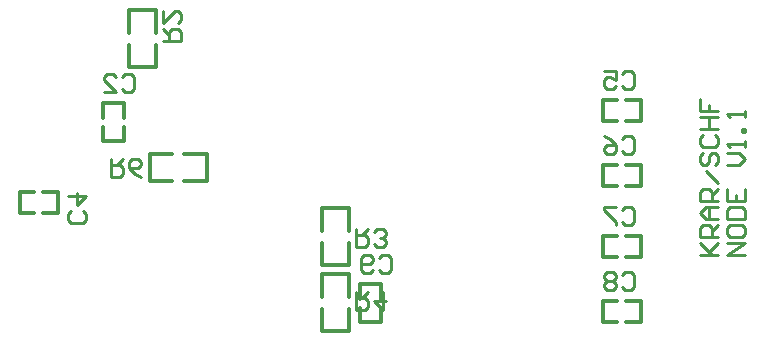
<source format=gbr>
%TF.GenerationSoftware,Altium Limited,Altium Designer,24.0.1 (36)*%
G04 Layer_Color=32896*
%FSLAX45Y45*%
%MOMM*%
%TF.SameCoordinates,65C793CC-7C80-44E8-9821-AA658A2EEAB5*%
%TF.FilePolarity,Positive*%
%TF.FileFunction,Legend,Bot*%
%TF.Part,Single*%
G01*
G75*
%TA.AperFunction,NonConductor*%
%ADD47C,0.25400*%
%ADD48C,0.30480*%
D47*
X7035849Y774700D02*
X7188200D01*
X7137416D01*
X7035849Y876267D01*
X7112024Y800092D01*
X7188200Y876267D01*
Y927050D02*
X7035849D01*
Y1003226D01*
X7061241Y1028618D01*
X7112024D01*
X7137416Y1003226D01*
Y927050D01*
Y977834D02*
X7188200Y1028618D01*
Y1079401D02*
X7086633D01*
X7035849Y1130185D01*
X7086633Y1180968D01*
X7188200D01*
X7112024D01*
Y1079401D01*
X7188200Y1231752D02*
X7035849D01*
Y1307927D01*
X7061241Y1333319D01*
X7112024D01*
X7137416Y1307927D01*
Y1231752D01*
Y1282535D02*
X7188200Y1333319D01*
Y1384103D02*
X7086633Y1485670D01*
X7061241Y1638021D02*
X7035849Y1612629D01*
Y1561845D01*
X7061241Y1536453D01*
X7086633D01*
X7112024Y1561845D01*
Y1612629D01*
X7137416Y1638021D01*
X7162808D01*
X7188200Y1612629D01*
Y1561845D01*
X7162808Y1536453D01*
X7061241Y1790371D02*
X7035849Y1764979D01*
Y1714196D01*
X7061241Y1688804D01*
X7162808D01*
X7188200Y1714196D01*
Y1764979D01*
X7162808Y1790371D01*
X7035849Y1841155D02*
X7188200D01*
X7112024D01*
Y1942722D01*
X7035849D01*
X7188200D01*
X7035849Y2095073D02*
Y1993506D01*
X7112024D01*
Y2044289D01*
Y1993506D01*
X7188200D01*
X7424600Y775400D02*
X7272249D01*
X7424600Y876967D01*
X7272249D01*
Y1003926D02*
Y953142D01*
X7297641Y927750D01*
X7399208D01*
X7424600Y953142D01*
Y1003926D01*
X7399208Y1029318D01*
X7297641D01*
X7272249Y1003926D01*
Y1080101D02*
X7424600D01*
Y1156277D01*
X7399208Y1181668D01*
X7297641D01*
X7272249Y1156277D01*
Y1080101D01*
Y1334019D02*
Y1232452D01*
X7424600D01*
Y1334019D01*
X7348425Y1232452D02*
Y1283235D01*
X7272249Y1537153D02*
X7373817D01*
X7424600Y1587937D01*
X7373817Y1638721D01*
X7272249D01*
X7424600Y1689504D02*
Y1740288D01*
Y1714896D01*
X7272249D01*
X7297641Y1689504D01*
X7424600Y1816463D02*
X7399208D01*
Y1841855D01*
X7424600D01*
Y1816463D01*
Y1943422D02*
Y1994205D01*
Y1968814D01*
X7272249D01*
X7297641Y1943422D01*
X4323133Y746839D02*
X4348525Y772231D01*
X4399308D01*
X4424700Y746839D01*
Y645272D01*
X4399308Y619880D01*
X4348525D01*
X4323133Y645272D01*
X4272349D02*
X4246957Y619880D01*
X4196174D01*
X4170782Y645272D01*
Y746839D01*
X4196174Y772231D01*
X4246957D01*
X4272349Y746839D01*
Y721447D01*
X4246957Y696055D01*
X4170782D01*
X6383073Y607139D02*
X6408465Y632531D01*
X6459248D01*
X6484640Y607139D01*
Y505572D01*
X6459248Y480180D01*
X6408465D01*
X6383073Y505572D01*
X6332289Y607139D02*
X6306897Y632531D01*
X6256114D01*
X6230722Y607139D01*
Y581747D01*
X6256114Y556355D01*
X6230722Y530963D01*
Y505572D01*
X6256114Y480180D01*
X6306897D01*
X6332289Y505572D01*
Y530963D01*
X6306897Y556355D01*
X6332289Y581747D01*
Y607139D01*
X6306897Y556355D02*
X6256114D01*
X6383073Y1158319D02*
X6408465Y1183711D01*
X6459248D01*
X6484640Y1158319D01*
Y1056752D01*
X6459248Y1031360D01*
X6408465D01*
X6383073Y1056752D01*
X6332289Y1183711D02*
X6230722D01*
Y1158319D01*
X6332289Y1056752D01*
Y1031360D01*
X6383073Y1757759D02*
X6408465Y1783151D01*
X6459248D01*
X6484640Y1757759D01*
Y1656192D01*
X6459248Y1630800D01*
X6408465D01*
X6383073Y1656192D01*
X6230722Y1783151D02*
X6281506Y1757759D01*
X6332289Y1706975D01*
Y1656192D01*
X6306897Y1630800D01*
X6256114D01*
X6230722Y1656192D01*
Y1681583D01*
X6256114Y1706975D01*
X6332289D01*
X6383073Y2306399D02*
X6408465Y2331791D01*
X6459248D01*
X6484640Y2306399D01*
Y2204832D01*
X6459248Y2179440D01*
X6408465D01*
X6383073Y2204832D01*
X6230722Y2331791D02*
X6332289D01*
Y2255615D01*
X6281506Y2281007D01*
X6256114D01*
X6230722Y2255615D01*
Y2204832D01*
X6256114Y2179440D01*
X6306897D01*
X6332289Y2204832D01*
X2049841Y1592675D02*
Y1440324D01*
X2126017D01*
X2151408Y1465716D01*
Y1516499D01*
X2126017Y1541891D01*
X2049841D01*
X2100625D02*
X2151408Y1592675D01*
X2303759Y1440324D02*
X2252975Y1465716D01*
X2202192Y1516499D01*
Y1567283D01*
X2227584Y1592675D01*
X2278367D01*
X2303759Y1567283D01*
Y1541891D01*
X2278367Y1516499D01*
X2202192D01*
X4127841Y463975D02*
Y311624D01*
X4204016D01*
X4229408Y337016D01*
Y387800D01*
X4204016Y413192D01*
X4127841D01*
X4178625D02*
X4229408Y463975D01*
X4356367D02*
Y311624D01*
X4280192Y387800D01*
X4381759D01*
X4127841Y994175D02*
Y841825D01*
X4204016D01*
X4229408Y867216D01*
Y918000D01*
X4204016Y943392D01*
X4127841D01*
X4178625D02*
X4229408Y994175D01*
X4280192Y867216D02*
X4305584Y841825D01*
X4356367D01*
X4381759Y867216D01*
Y892608D01*
X4356367Y918000D01*
X4330975D01*
X4356367D01*
X4381759Y943392D01*
Y968783D01*
X4356367Y994175D01*
X4305584D01*
X4280192Y968783D01*
X2489225Y2590841D02*
X2641576D01*
Y2667016D01*
X2616184Y2692408D01*
X2565400D01*
X2540008Y2667016D01*
Y2590841D01*
Y2641624D02*
X2489225Y2692408D01*
Y2844759D02*
Y2743192D01*
X2590792Y2844759D01*
X2616184D01*
X2641576Y2819367D01*
Y2768583D01*
X2616184Y2743192D01*
X1818599Y1145507D02*
X1843991Y1120115D01*
Y1069332D01*
X1818599Y1043940D01*
X1717032D01*
X1691640Y1069332D01*
Y1120115D01*
X1717032Y1145507D01*
X1691640Y1272466D02*
X1843991D01*
X1767815Y1196291D01*
Y1297858D01*
X2148893Y2280999D02*
X2174285Y2306391D01*
X2225068D01*
X2250460Y2280999D01*
Y2179432D01*
X2225068Y2154040D01*
X2174285D01*
X2148893Y2179432D01*
X1996542Y2154040D02*
X2098109D01*
X1996542Y2255607D01*
Y2280999D01*
X2021934Y2306391D01*
X2072717D01*
X2098109Y2280999D01*
D48*
X2202200Y2850000D02*
X2430800D01*
X2202200Y2367400D02*
X2430800D01*
Y2659500D02*
Y2850000D01*
X2202200Y2659500D02*
Y2850000D01*
Y2367400D02*
Y2557900D01*
X2430800Y2367400D02*
Y2557900D01*
X1282700Y1130300D02*
X1397000D01*
X1282700Y1308100D02*
X1397000D01*
X1473200D02*
X1600200D01*
X1473200Y1130300D02*
X1600200D01*
X1282700D02*
Y1308100D01*
X1600200Y1130300D02*
Y1308100D01*
X4161100Y528600D02*
X4338900D01*
X4161100Y211100D02*
X4338900D01*
Y401600D02*
Y528600D01*
X4161100Y401600D02*
Y528600D01*
Y211100D02*
Y325400D01*
X4338900Y211100D02*
Y325400D01*
X2380000Y1402200D02*
X2570500D01*
X2380000Y1630800D02*
X2570500D01*
X2672100D02*
X2862600D01*
X2672100Y1402200D02*
X2862600D01*
X2380000D02*
Y1630800D01*
X2862600Y1402200D02*
Y1630800D01*
X1986300Y2062600D02*
X2164100D01*
X1986300Y1745100D02*
X2164100D01*
Y1935600D02*
Y2062600D01*
X1986300Y1935600D02*
Y2062600D01*
Y1745100D02*
Y1859400D01*
X2164100Y1745100D02*
Y1859400D01*
X4069100Y132200D02*
Y322700D01*
X3840500Y132200D02*
Y322700D01*
Y424300D02*
Y614800D01*
X4069100Y424300D02*
Y614800D01*
X3840500Y132200D02*
X4069100D01*
X3840500Y614800D02*
X4069100D01*
Y691000D02*
Y881500D01*
X3840500Y691000D02*
Y881500D01*
Y983100D02*
Y1173600D01*
X4069100Y983100D02*
Y1173600D01*
X3840500Y691000D02*
X4069100D01*
X3840500Y1173600D02*
X4069100D01*
X6538900Y211100D02*
Y388900D01*
X6221400Y211100D02*
Y388900D01*
X6411900Y211100D02*
X6538900D01*
X6411900Y388900D02*
X6538900D01*
X6221400D02*
X6335700D01*
X6221400Y211100D02*
X6335700D01*
X6538900Y761100D02*
Y938900D01*
X6221400Y761100D02*
Y938900D01*
X6411900Y761100D02*
X6538900D01*
X6411900Y938900D02*
X6538900D01*
X6221400D02*
X6335700D01*
X6221400Y761100D02*
X6335700D01*
X6538900Y1361100D02*
Y1538900D01*
X6221400Y1361100D02*
Y1538900D01*
X6411900Y1361100D02*
X6538900D01*
X6411900Y1538900D02*
X6538900D01*
X6221400D02*
X6335700D01*
X6221400Y1361100D02*
X6335700D01*
X6538900Y1911100D02*
Y2088900D01*
X6221400Y1911100D02*
Y2088900D01*
X6411900Y1911100D02*
X6538900D01*
X6411900Y2088900D02*
X6538900D01*
X6221400D02*
X6335700D01*
X6221400Y1911100D02*
X6335700D01*
%TF.MD5,d00467843788a439ad7add2e1534fa7e*%
M02*

</source>
